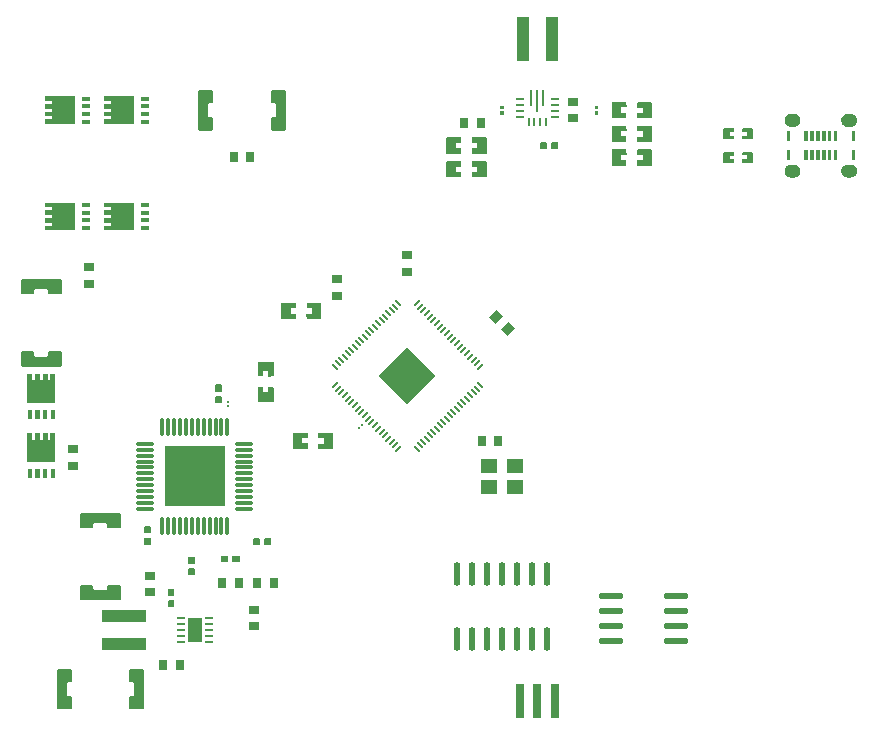
<source format=gtp>
G04 Layer: TopPasteMaskLayer*
G04 EasyEDA v6.5.51, 2025-11-04 20:26:23*
G04 623bb76df6fb496f828c8c95ac90ab9a,07aaf3ec58ed4e568cacc845e37e2e79,10*
G04 Gerber Generator version 0.2*
G04 Scale: 100 percent, Rotated: No, Reflected: No *
G04 Dimensions in millimeters *
G04 leading zeros omitted , absolute positions ,4 integer and 5 decimal *
%FSLAX45Y45*%
%MOMM*%

%AMMACRO1*21,1,$1,$2,0,0,$3*%
%ADD10R,0.9000X0.8000*%
%ADD11R,0.8000X0.9000*%
%ADD12MACRO1,0.8X0.9X135.0000*%
%ADD13R,1.0000X3.8000*%
%ADD14R,3.8000X1.0000*%
%ADD15MACRO1,0.18X0.216X-134.9943*%
%ADD16MACRO1,0.18X0.216X-135.0057*%
%ADD17R,0.2160X0.1800*%
%ADD18R,0.0178X0.1800*%
%ADD19MACRO1,0.665X0.2X45.0000*%
%ADD20MACRO1,0.665X0.2X45.0015*%
%ADD21MACRO1,0.665X0.2X44.9985*%
%ADD22MACRO1,0.2X0.665X45.0000*%
%ADD23MACRO1,0.2X0.665X44.9949*%
%ADD24MACRO1,0.2X0.665X45.0051*%
%ADD25MACRO1,3.4X3.4X45.0000*%
%ADD26R,0.6650X0.2800*%
%ADD27R,1.2000X2.0000*%
%ADD28O,2.045005X0.58801*%
%ADD29O,0.573989X2.037994*%
%ADD30R,5.1000X5.1000*%
%ADD31O,0.28001X1.599997*%
%ADD32O,1.599997X0.28001*%
%ADD33R,0.7000X0.2500*%
%ADD34R,0.2500X1.4500*%
%ADD35R,0.2500X1.8500*%
%ADD36R,0.2500X0.7000*%
%ADD37R,0.8001X2.9997*%
%ADD38R,1.4000X1.2000*%

%LPD*%
G36*
X4696968Y1877517D02*
G01*
X4691989Y1872488D01*
X4691989Y1827479D01*
X4696968Y1822500D01*
X4744974Y1822500D01*
X4751984Y1827479D01*
X4751984Y1872488D01*
X4744974Y1877517D01*
G37*
G36*
X4795012Y1877517D02*
G01*
X4788001Y1872488D01*
X4788001Y1827479D01*
X4795012Y1822500D01*
X4842967Y1822500D01*
X4847996Y1827479D01*
X4847996Y1872488D01*
X4842967Y1877517D01*
G37*
G36*
X4426966Y1727504D02*
G01*
X4421987Y1722475D01*
X4421987Y1677517D01*
X4426966Y1672488D01*
X4474972Y1672488D01*
X4481982Y1677517D01*
X4481982Y1722475D01*
X4474972Y1727504D01*
G37*
G36*
X4525010Y1727504D02*
G01*
X4517999Y1722475D01*
X4517999Y1677517D01*
X4525010Y1672488D01*
X4572965Y1672488D01*
X4577994Y1677517D01*
X4577994Y1722475D01*
X4572965Y1727504D01*
G37*
G36*
X3777487Y1881987D02*
G01*
X3772509Y1874977D01*
X3772509Y1826971D01*
X3777487Y1821992D01*
X3822496Y1821992D01*
X3827475Y1826971D01*
X3827475Y1874977D01*
X3822496Y1881987D01*
G37*
G36*
X3777487Y1977999D02*
G01*
X3772509Y1972970D01*
X3772509Y1925015D01*
X3777487Y1918004D01*
X3822496Y1918004D01*
X3827475Y1925015D01*
X3827475Y1972970D01*
X3822496Y1977999D01*
G37*
G36*
X4147515Y1718005D02*
G01*
X4142486Y1712975D01*
X4142486Y1665020D01*
X4147515Y1658010D01*
X4192473Y1658010D01*
X4197502Y1665020D01*
X4197502Y1712975D01*
X4192473Y1718005D01*
G37*
G36*
X4147515Y1621993D02*
G01*
X4142486Y1614982D01*
X4142486Y1566976D01*
X4147515Y1561998D01*
X4192473Y1561998D01*
X4197502Y1566976D01*
X4197502Y1614982D01*
X4192473Y1621993D01*
G37*
G36*
X3977487Y1448003D02*
G01*
X3972509Y1443024D01*
X3972509Y1395018D01*
X3977487Y1388008D01*
X4022496Y1388008D01*
X4027474Y1395018D01*
X4027474Y1443024D01*
X4022496Y1448003D01*
G37*
G36*
X3977487Y1351991D02*
G01*
X3972509Y1344980D01*
X3972509Y1297025D01*
X3977487Y1291996D01*
X4022496Y1291996D01*
X4027474Y1297025D01*
X4027474Y1344980D01*
X4022496Y1351991D01*
G37*
G36*
X4377486Y3081985D02*
G01*
X4372508Y3074974D01*
X4372508Y3026968D01*
X4377486Y3021990D01*
X4422495Y3021990D01*
X4427474Y3026968D01*
X4427474Y3074974D01*
X4422495Y3081985D01*
G37*
G36*
X4377486Y3177997D02*
G01*
X4372508Y3172968D01*
X4372508Y3125012D01*
X4377486Y3118002D01*
X4422495Y3118002D01*
X4427474Y3125012D01*
X4427474Y3172968D01*
X4422495Y3177997D01*
G37*
G36*
X4735982Y3370478D02*
G01*
X4731004Y3365500D01*
X4731004Y3250488D01*
X4735982Y3245510D01*
X4777994Y3245967D01*
X4777994Y3290011D01*
X4823002Y3290011D01*
X4823002Y3245002D01*
X4863998Y3245510D01*
X4868976Y3250488D01*
X4868976Y3365500D01*
X4863998Y3370478D01*
G37*
G36*
X4776978Y3154984D02*
G01*
X4735982Y3154476D01*
X4731004Y3149498D01*
X4731004Y3034487D01*
X4735982Y3029508D01*
X4863998Y3029508D01*
X4868976Y3034487D01*
X4868976Y3149498D01*
X4863998Y3154476D01*
X4821986Y3154019D01*
X4821986Y3109976D01*
X4776978Y3109976D01*
G37*
G36*
X7734503Y5169001D02*
G01*
X7729474Y5163972D01*
X7729474Y5036007D01*
X7734503Y5030978D01*
X7849463Y5030978D01*
X7854492Y5036007D01*
X7853984Y5077968D01*
X7809992Y5077968D01*
X7809992Y5122976D01*
X7855000Y5122976D01*
X7854492Y5163972D01*
X7849463Y5169001D01*
G37*
G36*
X7950504Y5169001D02*
G01*
X7945475Y5163972D01*
X7945983Y5122011D01*
X7989976Y5122011D01*
X7989976Y5077002D01*
X7944967Y5077002D01*
X7945475Y5036007D01*
X7950504Y5030978D01*
X8065465Y5030978D01*
X8070494Y5036007D01*
X8070494Y5163972D01*
X8065465Y5169001D01*
G37*
G36*
X7734503Y5369001D02*
G01*
X7729474Y5363972D01*
X7729474Y5236006D01*
X7734503Y5230977D01*
X7849463Y5230977D01*
X7854492Y5236006D01*
X7853984Y5277967D01*
X7809992Y5277967D01*
X7809992Y5322976D01*
X7855000Y5322976D01*
X7854492Y5363972D01*
X7849463Y5369001D01*
G37*
G36*
X7950504Y5369001D02*
G01*
X7945475Y5363972D01*
X7945983Y5322011D01*
X7989976Y5322011D01*
X7989976Y5277002D01*
X7944967Y5277002D01*
X7945475Y5236006D01*
X7950504Y5230977D01*
X8065465Y5230977D01*
X8070494Y5236006D01*
X8070494Y5363972D01*
X8065465Y5369001D01*
G37*
G36*
X7734503Y5569000D02*
G01*
X7729474Y5563971D01*
X7729474Y5436006D01*
X7734503Y5430977D01*
X7849463Y5430977D01*
X7854492Y5436006D01*
X7853984Y5477967D01*
X7809992Y5477967D01*
X7809992Y5522976D01*
X7855000Y5522976D01*
X7854492Y5563971D01*
X7849463Y5569000D01*
G37*
G36*
X7950504Y5569000D02*
G01*
X7945475Y5563971D01*
X7945983Y5522010D01*
X7989976Y5522010D01*
X7989976Y5477002D01*
X7944967Y5477002D01*
X7945475Y5436006D01*
X7950504Y5430977D01*
X8065465Y5430977D01*
X8070494Y5436006D01*
X8070494Y5563971D01*
X8065465Y5569000D01*
G37*
G36*
X5034483Y2769006D02*
G01*
X5029504Y2763977D01*
X5029504Y2636012D01*
X5034483Y2630982D01*
X5149494Y2630982D01*
X5154472Y2636012D01*
X5154015Y2677972D01*
X5109972Y2677972D01*
X5109972Y2722981D01*
X5154980Y2722981D01*
X5154472Y2763977D01*
X5149494Y2769006D01*
G37*
G36*
X5250484Y2769006D02*
G01*
X5245506Y2763977D01*
X5245963Y2722016D01*
X5290007Y2722016D01*
X5290007Y2677007D01*
X5244998Y2677007D01*
X5245506Y2636012D01*
X5250484Y2630982D01*
X5365496Y2630982D01*
X5370474Y2636012D01*
X5370474Y2763977D01*
X5365496Y2769006D01*
G37*
G36*
X4934508Y3868978D02*
G01*
X4929479Y3864000D01*
X4929479Y3735984D01*
X4934508Y3731006D01*
X5049469Y3731006D01*
X5054498Y3735984D01*
X5053990Y3777996D01*
X5009997Y3777996D01*
X5009997Y3823004D01*
X5055006Y3823004D01*
X5054498Y3864000D01*
X5049469Y3868978D01*
G37*
G36*
X5150459Y3868978D02*
G01*
X5145481Y3864000D01*
X5145989Y3821988D01*
X5189982Y3821988D01*
X5189982Y3776979D01*
X5144973Y3776979D01*
X5145481Y3735984D01*
X5150459Y3731006D01*
X5265470Y3731006D01*
X5270500Y3735984D01*
X5270500Y3864000D01*
X5265470Y3868978D01*
G37*
G36*
X6334506Y5268976D02*
G01*
X6329476Y5263997D01*
X6329476Y5135981D01*
X6334506Y5131003D01*
X6449517Y5131003D01*
X6454495Y5135981D01*
X6453987Y5177993D01*
X6409994Y5177993D01*
X6409994Y5223002D01*
X6455003Y5223002D01*
X6454495Y5263997D01*
X6449517Y5268976D01*
G37*
G36*
X6550507Y5268976D02*
G01*
X6545478Y5263997D01*
X6545986Y5221986D01*
X6589979Y5221986D01*
X6589979Y5176977D01*
X6544970Y5176977D01*
X6545478Y5135981D01*
X6550507Y5131003D01*
X6665468Y5131003D01*
X6670497Y5135981D01*
X6670497Y5263997D01*
X6665468Y5268976D01*
G37*
G36*
X6334506Y5068976D02*
G01*
X6329476Y5063998D01*
X6329476Y4935982D01*
X6334506Y4931003D01*
X6449517Y4931003D01*
X6454495Y4935982D01*
X6453987Y4977993D01*
X6409994Y4977993D01*
X6409994Y5023002D01*
X6455003Y5023002D01*
X6454495Y5063998D01*
X6449517Y5068976D01*
G37*
G36*
X6550507Y5068976D02*
G01*
X6545478Y5063998D01*
X6545986Y5021986D01*
X6589979Y5021986D01*
X6589979Y4976977D01*
X6544970Y4976977D01*
X6545478Y4935982D01*
X6550507Y4931003D01*
X6665468Y4931003D01*
X6670497Y4935982D01*
X6670497Y5063998D01*
X6665468Y5068976D01*
G37*
G36*
X7224979Y5227472D02*
G01*
X7217968Y5222494D01*
X7217968Y5177485D01*
X7224979Y5172506D01*
X7272985Y5172506D01*
X7277963Y5177485D01*
X7277963Y5222494D01*
X7272985Y5227472D01*
G37*
G36*
X7126986Y5227472D02*
G01*
X7122007Y5222494D01*
X7122007Y5177485D01*
X7126986Y5172506D01*
X7174992Y5172506D01*
X7182002Y5177485D01*
X7182002Y5222494D01*
X7174992Y5227472D01*
G37*
G36*
X2979978Y2958490D02*
G01*
X2979978Y2888538D01*
X3014980Y2888538D01*
X3014980Y2958490D01*
G37*
G36*
X2915005Y2958490D02*
G01*
X2915005Y2888538D01*
X2950006Y2888538D01*
X2950006Y2958490D01*
G37*
G36*
X2849981Y2958490D02*
G01*
X2849981Y2888538D01*
X2884982Y2888538D01*
X2884982Y2958490D01*
G37*
G36*
X2785008Y2958490D02*
G01*
X2785008Y2888538D01*
X2820009Y2888538D01*
X2820009Y2958490D01*
G37*
G36*
X2782417Y3268472D02*
G01*
X2782417Y3018688D01*
X3017621Y3018688D01*
X3017621Y3268472D01*
X2977438Y3268472D01*
X2977438Y3211474D01*
X2952546Y3211474D01*
X2952546Y3268472D01*
X2912516Y3268472D01*
X2912516Y3211474D01*
X2887522Y3211474D01*
X2887522Y3268472D01*
X2847390Y3268472D01*
X2847390Y3211474D01*
X2822498Y3211474D01*
X2822498Y3268472D01*
G37*
G36*
X2979978Y2458516D02*
G01*
X2979978Y2388514D01*
X3014980Y2388514D01*
X3014980Y2458516D01*
G37*
G36*
X2915005Y2458516D02*
G01*
X2915005Y2388514D01*
X2950006Y2388514D01*
X2950006Y2458516D01*
G37*
G36*
X2849981Y2458516D02*
G01*
X2849981Y2388514D01*
X2884982Y2388514D01*
X2884982Y2458516D01*
G37*
G36*
X2785008Y2458516D02*
G01*
X2785008Y2388514D01*
X2820009Y2388514D01*
X2820009Y2458516D01*
G37*
G36*
X2782417Y2768498D02*
G01*
X2782417Y2518714D01*
X3017621Y2518714D01*
X3017621Y2768498D01*
X2977438Y2768498D01*
X2977438Y2711500D01*
X2952546Y2711500D01*
X2952546Y2768498D01*
X2912516Y2768498D01*
X2912516Y2711500D01*
X2887522Y2711500D01*
X2887522Y2768498D01*
X2847390Y2768498D01*
X2847390Y2711500D01*
X2822498Y2711500D01*
X2822498Y2768498D01*
G37*
G36*
X3241497Y4715002D02*
G01*
X3241497Y4680000D01*
X3311448Y4680000D01*
X3311448Y4715002D01*
G37*
G36*
X3241497Y4649978D02*
G01*
X3241497Y4614976D01*
X3311448Y4614976D01*
X3311448Y4649978D01*
G37*
G36*
X3241497Y4585004D02*
G01*
X3241497Y4550003D01*
X3311448Y4550003D01*
X3311448Y4585004D01*
G37*
G36*
X3241497Y4519980D02*
G01*
X3241497Y4484979D01*
X3311448Y4484979D01*
X3311448Y4519980D01*
G37*
G36*
X2931515Y4717592D02*
G01*
X2931515Y4677410D01*
X2988513Y4677410D01*
X2988513Y4652518D01*
X2931515Y4652518D01*
X2931515Y4612487D01*
X2988513Y4612487D01*
X2988513Y4587494D01*
X2931515Y4587494D01*
X2931515Y4547362D01*
X2988513Y4547362D01*
X2988513Y4522470D01*
X2931515Y4522470D01*
X2931515Y4482388D01*
X3181299Y4482388D01*
X3181299Y4717592D01*
G37*
G36*
X3741470Y4715002D02*
G01*
X3741470Y4680000D01*
X3811473Y4680000D01*
X3811473Y4715002D01*
G37*
G36*
X3741470Y4649978D02*
G01*
X3741470Y4614976D01*
X3811473Y4614976D01*
X3811473Y4649978D01*
G37*
G36*
X3741470Y4585004D02*
G01*
X3741470Y4550003D01*
X3811473Y4550003D01*
X3811473Y4585004D01*
G37*
G36*
X3741470Y4519980D02*
G01*
X3741470Y4484979D01*
X3811473Y4484979D01*
X3811473Y4519980D01*
G37*
G36*
X3431489Y4717592D02*
G01*
X3431489Y4677410D01*
X3488486Y4677410D01*
X3488486Y4652518D01*
X3431489Y4652518D01*
X3431489Y4612487D01*
X3488486Y4612487D01*
X3488486Y4587494D01*
X3431489Y4587494D01*
X3431489Y4547362D01*
X3488486Y4547362D01*
X3488486Y4522470D01*
X3431489Y4522470D01*
X3431489Y4482388D01*
X3681272Y4482388D01*
X3681272Y4717592D01*
G37*
G36*
X3741470Y5614974D02*
G01*
X3741470Y5579973D01*
X3811473Y5579973D01*
X3811473Y5614974D01*
G37*
G36*
X3741470Y5550001D02*
G01*
X3741470Y5515000D01*
X3811473Y5515000D01*
X3811473Y5550001D01*
G37*
G36*
X3741470Y5484977D02*
G01*
X3741470Y5450027D01*
X3811473Y5450027D01*
X3811473Y5484977D01*
G37*
G36*
X3741470Y5420004D02*
G01*
X3741470Y5385003D01*
X3811473Y5385003D01*
X3811473Y5420004D01*
G37*
G36*
X3431489Y5617616D02*
G01*
X3431489Y5577433D01*
X3488486Y5577433D01*
X3488486Y5552541D01*
X3431489Y5552541D01*
X3431489Y5512511D01*
X3488486Y5512511D01*
X3488486Y5487517D01*
X3431489Y5487517D01*
X3431489Y5447385D01*
X3488486Y5447385D01*
X3488486Y5422493D01*
X3431489Y5422493D01*
X3431489Y5382412D01*
X3681272Y5382412D01*
X3681272Y5617616D01*
G37*
G36*
X3241497Y5614974D02*
G01*
X3241497Y5579973D01*
X3311448Y5579973D01*
X3311448Y5614974D01*
G37*
G36*
X3241497Y5550001D02*
G01*
X3241497Y5515000D01*
X3311448Y5515000D01*
X3311448Y5550001D01*
G37*
G36*
X3241497Y5484977D02*
G01*
X3241497Y5450027D01*
X3311448Y5450027D01*
X3311448Y5484977D01*
G37*
G36*
X3241497Y5420004D02*
G01*
X3241497Y5385003D01*
X3311448Y5385003D01*
X3311448Y5420004D01*
G37*
G36*
X2931515Y5617616D02*
G01*
X2931515Y5577433D01*
X2988513Y5577433D01*
X2988513Y5552541D01*
X2931515Y5552541D01*
X2931515Y5512511D01*
X2988513Y5512511D01*
X2988513Y5487517D01*
X2931515Y5487517D01*
X2931515Y5447385D01*
X2988513Y5447385D01*
X2988513Y5422493D01*
X2931515Y5422493D01*
X2931515Y5382412D01*
X3181299Y5382412D01*
X3181299Y5617616D01*
G37*
G36*
X3237179Y1477518D02*
G01*
X3227171Y1467510D01*
X3227171Y1359255D01*
X3237179Y1349248D01*
X3562807Y1349248D01*
X3572814Y1359255D01*
X3572814Y1467510D01*
X3562807Y1477518D01*
X3468725Y1477518D01*
X3458768Y1467510D01*
X3458768Y1443888D01*
X3448761Y1433880D01*
X3351225Y1433880D01*
X3341217Y1443888D01*
X3341217Y1467510D01*
X3331260Y1477518D01*
G37*
G36*
X3237179Y2090775D02*
G01*
X3227171Y2080768D01*
X3227171Y1972513D01*
X3237179Y1962505D01*
X3331260Y1962505D01*
X3341217Y1972513D01*
X3341217Y1996084D01*
X3351225Y2006092D01*
X3448761Y2006092D01*
X3458768Y1996084D01*
X3458768Y1972513D01*
X3468725Y1962505D01*
X3562807Y1962505D01*
X3572814Y1972513D01*
X3572814Y2080768D01*
X3562807Y2090775D01*
G37*
G36*
X2737205Y4070756D02*
G01*
X2727198Y4060748D01*
X2727198Y3952494D01*
X2737205Y3942486D01*
X2831236Y3942486D01*
X2841244Y3952494D01*
X2841244Y3976115D01*
X2851251Y3986123D01*
X2948736Y3986123D01*
X2958744Y3976115D01*
X2958744Y3952494D01*
X2968752Y3942486D01*
X3062782Y3942486D01*
X3072790Y3952494D01*
X3072790Y4060748D01*
X3062782Y4070756D01*
G37*
G36*
X2737205Y3457498D02*
G01*
X2727198Y3447491D01*
X2727198Y3339236D01*
X2737205Y3329228D01*
X3062782Y3329228D01*
X3072790Y3339236D01*
X3072790Y3447491D01*
X3062782Y3457498D01*
X2968752Y3457498D01*
X2958744Y3447491D01*
X2958744Y3423869D01*
X2948736Y3413912D01*
X2851251Y3413912D01*
X2841244Y3423869D01*
X2841244Y3447491D01*
X2831236Y3457498D01*
G37*
G36*
X4852466Y5672785D02*
G01*
X4842510Y5662777D01*
X4842510Y5568746D01*
X4852466Y5558739D01*
X4876088Y5558739D01*
X4886096Y5548731D01*
X4886096Y5451246D01*
X4876088Y5441238D01*
X4852466Y5441238D01*
X4842510Y5431231D01*
X4842510Y5337200D01*
X4852466Y5327192D01*
X4960721Y5327192D01*
X4970729Y5337200D01*
X4970729Y5662777D01*
X4960721Y5672785D01*
G37*
G36*
X4239260Y5672785D02*
G01*
X4229252Y5662777D01*
X4229252Y5337200D01*
X4239260Y5327192D01*
X4347514Y5327192D01*
X4357471Y5337200D01*
X4357471Y5431231D01*
X4347514Y5441238D01*
X4323892Y5441238D01*
X4313885Y5451246D01*
X4313885Y5548731D01*
X4323892Y5558739D01*
X4347514Y5558739D01*
X4357471Y5568746D01*
X4357471Y5662777D01*
X4347514Y5672785D01*
G37*
G36*
X3039262Y772820D02*
G01*
X3029254Y762812D01*
X3029254Y437184D01*
X3039262Y427177D01*
X3147517Y427177D01*
X3157474Y437184D01*
X3157474Y531266D01*
X3147517Y541223D01*
X3123895Y541223D01*
X3113887Y551230D01*
X3113887Y648766D01*
X3123895Y658774D01*
X3147517Y658774D01*
X3157474Y668731D01*
X3157474Y762812D01*
X3147517Y772820D01*
G37*
G36*
X3652469Y772820D02*
G01*
X3642512Y762812D01*
X3642512Y668731D01*
X3652469Y658774D01*
X3676091Y658774D01*
X3686098Y648766D01*
X3686098Y551230D01*
X3676091Y541223D01*
X3652469Y541223D01*
X3642512Y531266D01*
X3642512Y437184D01*
X3652469Y427177D01*
X3760724Y427177D01*
X3770731Y437184D01*
X3770731Y762812D01*
X3760724Y772820D01*
G37*
G36*
X6786168Y5491886D02*
G01*
X6783781Y5489498D01*
X6783781Y5463082D01*
X6786168Y5460695D01*
X6813803Y5460695D01*
X6816191Y5463082D01*
X6816191Y5489498D01*
X6813803Y5491886D01*
G37*
G36*
X6786168Y5539282D02*
G01*
X6783781Y5536895D01*
X6783781Y5510479D01*
X6786168Y5508091D01*
X6813803Y5508091D01*
X6816191Y5510479D01*
X6816191Y5536895D01*
X6813803Y5539282D01*
G37*
G36*
X7586167Y5491886D02*
G01*
X7583779Y5489498D01*
X7583779Y5463082D01*
X7586167Y5460695D01*
X7613802Y5460695D01*
X7616190Y5463082D01*
X7616190Y5489498D01*
X7613802Y5491886D01*
G37*
G36*
X7586167Y5539282D02*
G01*
X7583779Y5536895D01*
X7583779Y5510479D01*
X7586167Y5508091D01*
X7613802Y5508091D01*
X7616190Y5510479D01*
X7616190Y5536895D01*
X7613802Y5539282D01*
G37*
G36*
X9247479Y5469991D02*
G01*
X9241993Y5469737D01*
X9236557Y5468924D01*
X9231274Y5467553D01*
X9226092Y5465673D01*
X9221165Y5463286D01*
X9216491Y5460441D01*
X9212122Y5457139D01*
X9208109Y5453380D01*
X9204452Y5449265D01*
X9201251Y5444845D01*
X9198508Y5440070D01*
X9196273Y5435092D01*
X9194546Y5429910D01*
X9193326Y5424525D01*
X9192615Y5419090D01*
X9192514Y5413603D01*
X9192920Y5408168D01*
X9193834Y5402732D01*
X9195358Y5397449D01*
X9197340Y5392369D01*
X9199829Y5387492D01*
X9202826Y5382869D01*
X9206230Y5378602D01*
X9210040Y5374690D01*
X9214256Y5371134D01*
X9218777Y5368036D01*
X9223603Y5365445D01*
X9228683Y5363311D01*
X9233916Y5361686D01*
X9239300Y5360619D01*
X9244736Y5360060D01*
X9272473Y5360009D01*
X9277959Y5360263D01*
X9283395Y5361076D01*
X9288678Y5362448D01*
X9293860Y5364327D01*
X9298787Y5366664D01*
X9303461Y5369560D01*
X9307830Y5372862D01*
X9311843Y5376570D01*
X9315500Y5380685D01*
X9318701Y5385155D01*
X9321393Y5389880D01*
X9323679Y5394909D01*
X9325406Y5400090D01*
X9326626Y5405424D01*
X9327337Y5410860D01*
X9327438Y5416346D01*
X9327032Y5421833D01*
X9326118Y5427218D01*
X9324594Y5432501D01*
X9322612Y5437632D01*
X9320123Y5442508D01*
X9317126Y5447080D01*
X9313722Y5451398D01*
X9309862Y5455310D01*
X9305696Y5458815D01*
X9301175Y5461914D01*
X9296349Y5464556D01*
X9291269Y5466689D01*
X9286036Y5468264D01*
X9280652Y5469382D01*
X9275216Y5469940D01*
G37*
G36*
X9727488Y5469991D02*
G01*
X9722002Y5469737D01*
X9716566Y5468924D01*
X9711283Y5467553D01*
X9706102Y5465673D01*
X9701174Y5463286D01*
X9696500Y5460441D01*
X9692132Y5457139D01*
X9688118Y5453380D01*
X9684461Y5449265D01*
X9681260Y5444845D01*
X9678517Y5440070D01*
X9676282Y5435092D01*
X9674555Y5429910D01*
X9673336Y5424525D01*
X9672624Y5419090D01*
X9672523Y5413603D01*
X9672929Y5408168D01*
X9673844Y5402732D01*
X9675368Y5397449D01*
X9677349Y5392369D01*
X9679838Y5387492D01*
X9682835Y5382869D01*
X9686239Y5378602D01*
X9690049Y5374690D01*
X9694265Y5371134D01*
X9698786Y5368036D01*
X9703612Y5365445D01*
X9708692Y5363311D01*
X9713925Y5361686D01*
X9719310Y5360619D01*
X9724745Y5360060D01*
X9752482Y5360009D01*
X9757968Y5360263D01*
X9763404Y5361076D01*
X9768687Y5362448D01*
X9773869Y5364327D01*
X9778796Y5366664D01*
X9783470Y5369560D01*
X9787839Y5372862D01*
X9791852Y5376570D01*
X9795510Y5380685D01*
X9798710Y5385155D01*
X9801402Y5389880D01*
X9803688Y5394909D01*
X9805416Y5400090D01*
X9806635Y5405424D01*
X9807346Y5410860D01*
X9807448Y5416346D01*
X9807041Y5421833D01*
X9806127Y5427218D01*
X9804603Y5432501D01*
X9802622Y5437632D01*
X9800132Y5442508D01*
X9797135Y5447080D01*
X9793732Y5451398D01*
X9789871Y5455310D01*
X9785705Y5458815D01*
X9781184Y5461914D01*
X9776358Y5464556D01*
X9771278Y5466689D01*
X9766046Y5468264D01*
X9760661Y5469382D01*
X9755225Y5469940D01*
G37*
G36*
X9247479Y5039969D02*
G01*
X9241993Y5039715D01*
X9236557Y5038902D01*
X9231274Y5037531D01*
X9226092Y5035651D01*
X9221165Y5033314D01*
X9216491Y5030419D01*
X9212122Y5027117D01*
X9208109Y5023408D01*
X9204452Y5019294D01*
X9201251Y5014823D01*
X9198508Y5010099D01*
X9196273Y5005070D01*
X9194546Y4999888D01*
X9193326Y4994554D01*
X9192615Y4989118D01*
X9192514Y4983632D01*
X9192920Y4978146D01*
X9193834Y4972761D01*
X9195358Y4967478D01*
X9197340Y4962347D01*
X9199829Y4957470D01*
X9202826Y4952898D01*
X9206230Y4948580D01*
X9210040Y4944668D01*
X9214256Y4941163D01*
X9218777Y4938064D01*
X9223603Y4935423D01*
X9228683Y4933289D01*
X9233916Y4931714D01*
X9239300Y4930597D01*
X9244736Y4930038D01*
X9272473Y4929987D01*
X9277959Y4930241D01*
X9283395Y4931105D01*
X9288678Y4932426D01*
X9293860Y4934305D01*
X9298787Y4936693D01*
X9303461Y4939538D01*
X9307830Y4942840D01*
X9311843Y4946599D01*
X9315500Y4950714D01*
X9318701Y4955133D01*
X9321393Y4959908D01*
X9323679Y4964887D01*
X9325406Y4970068D01*
X9326626Y4975453D01*
X9327337Y4980889D01*
X9327438Y4986375D01*
X9327032Y4991811D01*
X9326118Y4997246D01*
X9324594Y5002530D01*
X9322612Y5007610D01*
X9320123Y5012486D01*
X9317126Y5017109D01*
X9313722Y5021376D01*
X9309862Y5025288D01*
X9305696Y5028844D01*
X9301175Y5031943D01*
X9296349Y5034534D01*
X9291269Y5036667D01*
X9286036Y5038293D01*
X9280652Y5039360D01*
X9275216Y5039918D01*
G37*
G36*
X9727488Y5039969D02*
G01*
X9722002Y5039715D01*
X9716566Y5038902D01*
X9711283Y5037531D01*
X9706102Y5035651D01*
X9701174Y5033314D01*
X9696500Y5030419D01*
X9692132Y5027117D01*
X9688118Y5023408D01*
X9684461Y5019294D01*
X9681260Y5014823D01*
X9678517Y5010099D01*
X9676282Y5005070D01*
X9674555Y4999888D01*
X9673336Y4994554D01*
X9672624Y4989118D01*
X9672523Y4983632D01*
X9672929Y4978146D01*
X9673844Y4972761D01*
X9675368Y4967478D01*
X9677349Y4962347D01*
X9679838Y4957470D01*
X9682835Y4952898D01*
X9686239Y4948580D01*
X9690049Y4944668D01*
X9694265Y4941163D01*
X9698786Y4938064D01*
X9703612Y4935423D01*
X9708692Y4933289D01*
X9713925Y4931714D01*
X9719310Y4930597D01*
X9724745Y4930038D01*
X9752482Y4929987D01*
X9757968Y4930241D01*
X9763404Y4931105D01*
X9768687Y4932426D01*
X9773869Y4934305D01*
X9778796Y4936693D01*
X9783470Y4939538D01*
X9787839Y4942840D01*
X9791852Y4946599D01*
X9795510Y4950714D01*
X9798710Y4955133D01*
X9801402Y4959908D01*
X9803688Y4964887D01*
X9805416Y4970068D01*
X9806635Y4975453D01*
X9807346Y4980889D01*
X9807448Y4986375D01*
X9807041Y4991811D01*
X9806127Y4997246D01*
X9804603Y5002530D01*
X9802622Y5007610D01*
X9800132Y5012486D01*
X9797135Y5017109D01*
X9793732Y5021376D01*
X9789871Y5025288D01*
X9785705Y5028844D01*
X9781184Y5031943D01*
X9776358Y5034534D01*
X9771278Y5036667D01*
X9766046Y5038293D01*
X9760661Y5039360D01*
X9755225Y5039918D01*
G37*
G36*
X9560001Y5323484D02*
G01*
X9560001Y5236464D01*
X9589973Y5236464D01*
X9589973Y5323484D01*
G37*
G36*
X9609988Y5323484D02*
G01*
X9609988Y5236464D01*
X9639960Y5236464D01*
X9639960Y5323484D01*
G37*
G36*
X9509963Y5323484D02*
G01*
X9509963Y5236464D01*
X9539986Y5236464D01*
X9539986Y5323484D01*
G37*
G36*
X9459976Y5323484D02*
G01*
X9459976Y5236464D01*
X9489998Y5236464D01*
X9489998Y5323484D01*
G37*
G36*
X9409988Y5323484D02*
G01*
X9409988Y5236464D01*
X9439960Y5236464D01*
X9439960Y5323484D01*
G37*
G36*
X9760000Y5323484D02*
G01*
X9760000Y5236464D01*
X9789972Y5236464D01*
X9789972Y5323484D01*
G37*
G36*
X9360001Y5323484D02*
G01*
X9360001Y5236464D01*
X9389973Y5236464D01*
X9389973Y5323484D01*
G37*
G36*
X9209989Y5323484D02*
G01*
X9209989Y5236464D01*
X9239961Y5236464D01*
X9239961Y5323484D01*
G37*
G36*
X9509963Y5163515D02*
G01*
X9509963Y5076494D01*
X9539986Y5076494D01*
X9539986Y5163515D01*
G37*
G36*
X9459976Y5163515D02*
G01*
X9459976Y5076494D01*
X9489998Y5076494D01*
X9489998Y5163515D01*
G37*
G36*
X9560001Y5163515D02*
G01*
X9560001Y5076494D01*
X9589973Y5076494D01*
X9589973Y5163515D01*
G37*
G36*
X9609988Y5163515D02*
G01*
X9609988Y5076494D01*
X9639960Y5076494D01*
X9639960Y5163515D01*
G37*
G36*
X9409988Y5163515D02*
G01*
X9409988Y5076494D01*
X9439960Y5076494D01*
X9439960Y5163515D01*
G37*
G36*
X9360001Y5163515D02*
G01*
X9360001Y5076494D01*
X9389973Y5076494D01*
X9389973Y5163515D01*
G37*
G36*
X9209989Y5163515D02*
G01*
X9209989Y5076494D01*
X9239961Y5076494D01*
X9239961Y5163515D01*
G37*
G36*
X9760000Y5163515D02*
G01*
X9760000Y5076494D01*
X9789972Y5076494D01*
X9789972Y5163515D01*
G37*
G36*
X8839504Y5344972D02*
G01*
X8834475Y5339994D01*
X8834475Y5317185D01*
X8871458Y5317185D01*
X8871458Y5284216D01*
X8834475Y5284216D01*
X8834475Y5259984D01*
X8839504Y5255006D01*
X8919464Y5255006D01*
X8924493Y5259984D01*
X8924493Y5339994D01*
X8919464Y5344972D01*
G37*
G36*
X8680500Y5344972D02*
G01*
X8675471Y5339994D01*
X8675471Y5259984D01*
X8680500Y5255006D01*
X8760460Y5255006D01*
X8765489Y5259984D01*
X8765489Y5282793D01*
X8728456Y5282793D01*
X8728456Y5315762D01*
X8765489Y5315762D01*
X8765489Y5339994D01*
X8760460Y5344972D01*
G37*
G36*
X8839504Y5144973D02*
G01*
X8834475Y5139994D01*
X8834475Y5117185D01*
X8871458Y5117185D01*
X8871458Y5084165D01*
X8834475Y5084165D01*
X8834475Y5059984D01*
X8839504Y5055006D01*
X8919464Y5055006D01*
X8924493Y5059984D01*
X8924493Y5139994D01*
X8919464Y5144973D01*
G37*
G36*
X8680500Y5144973D02*
G01*
X8675471Y5139994D01*
X8675471Y5059984D01*
X8680500Y5055006D01*
X8760460Y5055006D01*
X8765489Y5059984D01*
X8765489Y5082794D01*
X8728456Y5082794D01*
X8728456Y5115814D01*
X8765489Y5115814D01*
X8765489Y5139994D01*
X8760460Y5144973D01*
G37*
D10*
G01*
X3819982Y1559991D03*
G01*
X3819982Y1419987D03*
D11*
G01*
X4069994Y799998D03*
G01*
X3929989Y799998D03*
D10*
G01*
X4699990Y1129995D03*
G01*
X4699990Y1270000D03*
D11*
G01*
X4429988Y1499996D03*
G01*
X4569993Y1499996D03*
G01*
X4729988Y1499996D03*
G01*
X4869992Y1499996D03*
G01*
X6619976Y5389981D03*
G01*
X6479997Y5389981D03*
D10*
G01*
X7399985Y5429986D03*
G01*
X7399985Y5569991D03*
G01*
X3164992Y2489987D03*
G01*
X3164992Y2629992D03*
G01*
X3299993Y4169994D03*
G01*
X3299993Y4029989D03*
D11*
G01*
X4669993Y5099989D03*
G01*
X4529988Y5099989D03*
D12*
G01*
X6750489Y3749489D03*
G01*
X6849483Y3650495D03*
D11*
G01*
X6629984Y2699994D03*
G01*
X6769988Y2699994D03*
D10*
G01*
X5999988Y4129989D03*
G01*
X5999988Y4269994D03*
G01*
X5399989Y3929989D03*
G01*
X5399989Y4069994D03*
D13*
G01*
X7219975Y6099987D03*
G01*
X6979996Y6099987D03*
D14*
G01*
X3599992Y1219987D03*
G01*
X3599992Y980008D03*
D15*
G01*
X5587966Y2807973D03*
D16*
G01*
X5612010Y2832014D03*
D17*
G01*
X4480001Y2992983D03*
G01*
X4480001Y3026994D03*
D19*
G01*
X5384265Y3171685D03*
D20*
G01*
X5412553Y3143397D03*
G01*
X5440841Y3115109D03*
G01*
X5469129Y3086821D03*
D19*
G01*
X5497417Y3058534D03*
G01*
X5525687Y3030264D03*
G01*
X5553975Y3001976D03*
D21*
G01*
X5582262Y2973689D03*
G01*
X5610550Y2945401D03*
G01*
X5638838Y2917113D03*
D19*
G01*
X5667107Y2888843D03*
G01*
X5695395Y2860555D03*
G01*
X5723682Y2832267D03*
D20*
G01*
X5751970Y2803979D03*
G01*
X5780258Y2775691D03*
D19*
G01*
X5808529Y2747422D03*
G01*
X5836817Y2719134D03*
G01*
X5865105Y2690846D03*
G01*
X5893393Y2662558D03*
G01*
X5921681Y2634272D03*
D22*
G01*
X6078296Y2634270D03*
D23*
G01*
X6106584Y2662558D03*
G01*
X6134872Y2690846D03*
G01*
X6163160Y2719134D03*
D22*
G01*
X6191448Y2747422D03*
D24*
G01*
X6219718Y2775690D03*
D22*
G01*
X6248005Y2803978D03*
G01*
X6276293Y2832266D03*
G01*
X6304580Y2860554D03*
G01*
X6332868Y2888842D03*
G01*
X6361139Y2917112D03*
G01*
X6389427Y2945400D03*
G01*
X6417715Y2973688D03*
G01*
X6446001Y3001976D03*
D23*
G01*
X6474289Y3030264D03*
D22*
G01*
X6502560Y3058534D03*
D24*
G01*
X6530847Y3086820D03*
G01*
X6559135Y3115108D03*
G01*
X6587423Y3143396D03*
D22*
G01*
X6615710Y3171684D03*
D21*
G01*
X6615710Y3328302D03*
D19*
G01*
X6587423Y3356590D03*
G01*
X6559135Y3384878D03*
G01*
X6530847Y3413166D03*
D20*
G01*
X6502560Y3441452D03*
D19*
G01*
X6474289Y3469722D03*
G01*
X6446001Y3498010D03*
G01*
X6417715Y3526298D03*
G01*
X6389427Y3554586D03*
G01*
X6361139Y3582874D03*
G01*
X6332868Y3611144D03*
G01*
X6304580Y3639432D03*
G01*
X6276293Y3667720D03*
D21*
G01*
X6248005Y3696008D03*
D19*
G01*
X6219718Y3724296D03*
D20*
G01*
X6191448Y3752564D03*
D19*
G01*
X6163160Y3780852D03*
G01*
X6134872Y3809140D03*
G01*
X6106584Y3837428D03*
G01*
X6078296Y3865716D03*
D24*
G01*
X5921681Y3865714D03*
G01*
X5893393Y3837428D03*
G01*
X5865105Y3809140D03*
G01*
X5836817Y3780852D03*
D22*
G01*
X5808529Y3752564D03*
D23*
G01*
X5780258Y3724295D03*
G01*
X5751970Y3696007D03*
D22*
G01*
X5723682Y3667719D03*
G01*
X5695395Y3639431D03*
G01*
X5667107Y3611143D03*
G01*
X5638838Y3582873D03*
G01*
X5610550Y3554585D03*
G01*
X5582262Y3526297D03*
D24*
G01*
X5553975Y3498010D03*
G01*
X5525687Y3469722D03*
D22*
G01*
X5497417Y3441452D03*
D23*
G01*
X5469129Y3413165D03*
G01*
X5440841Y3384877D03*
G01*
X5412553Y3356589D03*
G01*
X5384265Y3328301D03*
D25*
G01*
X5999987Y3249993D03*
D26*
G01*
X4084243Y1199997D03*
G01*
X4084243Y1149985D03*
G01*
X4084243Y1099997D03*
G01*
X4084243Y1049985D03*
G01*
X4084243Y999997D03*
G01*
X4315739Y1199997D03*
G01*
X4315739Y1149985D03*
G01*
X4315739Y1099997D03*
G01*
X4315739Y1049985D03*
G01*
X4315739Y999997D03*
D27*
G01*
X4199991Y1099997D03*
D28*
G01*
X8277225Y1009497D03*
G01*
X8277225Y1136497D03*
G01*
X8277225Y1263497D03*
G01*
X8277225Y1390497D03*
G01*
X7722743Y1009497D03*
G01*
X7722743Y1136497D03*
G01*
X7722743Y1263497D03*
G01*
X7722743Y1390497D03*
D29*
G01*
X6418986Y1023086D03*
G01*
X6545986Y1023086D03*
G01*
X6672986Y1023086D03*
G01*
X6799986Y1023086D03*
G01*
X6926986Y1023086D03*
G01*
X7053986Y1023086D03*
G01*
X7180986Y1023086D03*
G01*
X6418986Y1576908D03*
G01*
X6545986Y1576908D03*
G01*
X6672986Y1576908D03*
G01*
X6799986Y1576908D03*
G01*
X6926986Y1576908D03*
G01*
X7053986Y1576908D03*
G01*
X7180986Y1576908D03*
D30*
G01*
X4199991Y2399995D03*
D31*
G01*
X4474997Y1980006D03*
G01*
X4424984Y1980006D03*
G01*
X4374997Y1980006D03*
G01*
X4324984Y1980006D03*
G01*
X4274997Y1980006D03*
G01*
X4224985Y1980006D03*
G01*
X4174997Y1980006D03*
G01*
X4124985Y1980006D03*
G01*
X4074998Y1980006D03*
G01*
X4024985Y1980006D03*
G01*
X3974998Y1980006D03*
G01*
X3924985Y1980006D03*
D32*
G01*
X3780002Y2124989D03*
G01*
X3780002Y2175002D03*
G01*
X3780002Y2224989D03*
G01*
X3780002Y2275001D03*
G01*
X3780002Y2324988D03*
G01*
X3780002Y2375001D03*
G01*
X3780002Y2424988D03*
G01*
X3780002Y2475001D03*
G01*
X3780002Y2524988D03*
G01*
X3780002Y2575001D03*
G01*
X3780002Y2624988D03*
G01*
X3780002Y2675001D03*
D31*
G01*
X3924985Y2819984D03*
G01*
X3974998Y2819984D03*
G01*
X4024985Y2819984D03*
G01*
X4074998Y2819984D03*
G01*
X4124985Y2819984D03*
G01*
X4174997Y2819984D03*
G01*
X4224985Y2819984D03*
G01*
X4274997Y2819984D03*
G01*
X4324984Y2819984D03*
G01*
X4374997Y2819984D03*
G01*
X4424984Y2819984D03*
G01*
X4474997Y2819984D03*
D32*
G01*
X4619980Y2675001D03*
G01*
X4619980Y2624988D03*
G01*
X4619980Y2575001D03*
G01*
X4619980Y2524988D03*
G01*
X4619980Y2475001D03*
G01*
X4619980Y2424988D03*
G01*
X4619980Y2375001D03*
G01*
X4619980Y2324988D03*
G01*
X4619980Y2275001D03*
G01*
X4619980Y2224989D03*
G01*
X4619980Y2175002D03*
G01*
X4619980Y2124989D03*
D33*
G01*
X6954977Y5443397D03*
G01*
X6954977Y5493410D03*
G01*
X6954977Y5543372D03*
G01*
X6954977Y5593384D03*
D34*
G01*
X7049973Y5601614D03*
D35*
G01*
X7099985Y5581624D03*
D34*
G01*
X7149972Y5601614D03*
D33*
G01*
X7244994Y5593384D03*
G01*
X7244994Y5543372D03*
G01*
X7244994Y5493359D03*
G01*
X7244994Y5443372D03*
D36*
G01*
X7174991Y5398363D03*
G01*
X7124979Y5398363D03*
G01*
X7074966Y5398363D03*
G01*
X7024979Y5398363D03*
D37*
G01*
X7249998Y499998D03*
G01*
X7100011Y499998D03*
G01*
X6949998Y499998D03*
D38*
G01*
X6909993Y2487472D03*
G01*
X6689979Y2487472D03*
G01*
X6689979Y2312466D03*
G01*
X6909993Y2312492D03*
M02*

</source>
